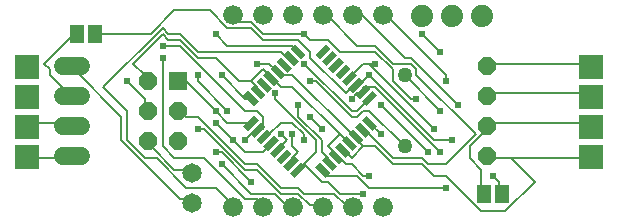
<source format=gbl>
G75*
G70*
%OFA0B0*%
%FSLAX24Y24*%
%IPPOS*%
%LPD*%
%AMOC8*
5,1,8,0,0,1.08239X$1,22.5*
%
%ADD10C,0.0660*%
%ADD11R,0.0460X0.0630*%
%ADD12C,0.0600*%
%ADD13OC8,0.0594*%
%ADD14C,0.0500*%
%ADD15C,0.0650*%
%ADD16R,0.0600X0.0600*%
%ADD17OC8,0.0600*%
%ADD18R,0.0800X0.0800*%
%ADD19C,0.0740*%
%ADD20R,0.0500X0.0220*%
%ADD21R,0.0220X0.0500*%
%ADD22C,0.0060*%
%ADD23C,0.0240*%
D10*
X009890Y001041D03*
X010890Y001041D03*
X011890Y001041D03*
X012890Y001041D03*
X013890Y001041D03*
X014890Y001041D03*
X014890Y007435D03*
X013890Y007435D03*
X012890Y007435D03*
X011890Y007435D03*
X010890Y007435D03*
X009890Y007435D03*
D11*
X005269Y006799D03*
X004669Y006799D03*
X018251Y001484D03*
X018851Y001484D03*
D12*
X004800Y002740D02*
X004200Y002740D01*
X004200Y003740D02*
X004800Y003740D01*
X004800Y004740D02*
X004200Y004740D01*
X004200Y005740D02*
X004800Y005740D01*
D13*
X018345Y005740D03*
X018345Y004740D03*
X018345Y003740D03*
X018345Y002740D03*
D14*
X015598Y003059D03*
X015598Y005421D03*
D15*
X008512Y002173D03*
X008512Y001173D03*
D16*
X008028Y005240D03*
D17*
X007028Y005240D03*
X007028Y004240D03*
X008028Y004240D03*
X008028Y003240D03*
X007028Y003240D03*
D18*
X003000Y003697D03*
X003000Y004697D03*
X003000Y005697D03*
X003000Y002697D03*
X021803Y002697D03*
X021803Y003697D03*
X021803Y004697D03*
X021803Y005697D03*
D19*
X018189Y007390D03*
X017189Y007390D03*
X016189Y007390D03*
D20*
G36*
X011935Y006469D02*
X012287Y006117D01*
X012131Y005961D01*
X011779Y006313D01*
X011935Y006469D01*
G37*
G36*
X011713Y006246D02*
X012065Y005894D01*
X011909Y005738D01*
X011557Y006090D01*
X011713Y006246D01*
G37*
G36*
X011490Y006023D02*
X011842Y005671D01*
X011686Y005515D01*
X011334Y005867D01*
X011490Y006023D01*
G37*
G36*
X011267Y005801D02*
X011619Y005449D01*
X011463Y005293D01*
X011111Y005645D01*
X011267Y005801D01*
G37*
G36*
X011044Y005578D02*
X011396Y005226D01*
X011240Y005070D01*
X010888Y005422D01*
X011044Y005578D01*
G37*
G36*
X010822Y005355D02*
X011174Y005003D01*
X011018Y004847D01*
X010666Y005199D01*
X010822Y005355D01*
G37*
G36*
X010599Y005132D02*
X010951Y004780D01*
X010795Y004624D01*
X010443Y004976D01*
X010599Y005132D01*
G37*
G36*
X010376Y004910D02*
X010728Y004558D01*
X010572Y004402D01*
X010220Y004754D01*
X010376Y004910D01*
G37*
G36*
X014103Y003856D02*
X014455Y003504D01*
X014299Y003348D01*
X013947Y003700D01*
X014103Y003856D01*
G37*
G36*
X014325Y004079D02*
X014677Y003727D01*
X014521Y003571D01*
X014169Y003923D01*
X014325Y004079D01*
G37*
G36*
X013880Y003633D02*
X014232Y003281D01*
X014076Y003125D01*
X013724Y003477D01*
X013880Y003633D01*
G37*
G36*
X013657Y003411D02*
X014009Y003059D01*
X013853Y002903D01*
X013501Y003255D01*
X013657Y003411D01*
G37*
G36*
X013434Y003188D02*
X013786Y002836D01*
X013630Y002680D01*
X013278Y003032D01*
X013434Y003188D01*
G37*
G36*
X013212Y002965D02*
X013564Y002613D01*
X013408Y002457D01*
X013056Y002809D01*
X013212Y002965D01*
G37*
G36*
X012989Y002742D02*
X013341Y002390D01*
X013185Y002234D01*
X012833Y002586D01*
X012989Y002742D01*
G37*
G36*
X012766Y002520D02*
X013118Y002168D01*
X012962Y002012D01*
X012610Y002364D01*
X012766Y002520D01*
G37*
D21*
G36*
X012131Y002520D02*
X012287Y002364D01*
X011935Y002012D01*
X011779Y002168D01*
X012131Y002520D01*
G37*
G36*
X011909Y002742D02*
X012065Y002586D01*
X011713Y002234D01*
X011557Y002390D01*
X011909Y002742D01*
G37*
G36*
X011686Y002965D02*
X011842Y002809D01*
X011490Y002457D01*
X011334Y002613D01*
X011686Y002965D01*
G37*
G36*
X011463Y003188D02*
X011619Y003032D01*
X011267Y002680D01*
X011111Y002836D01*
X011463Y003188D01*
G37*
G36*
X011240Y003411D02*
X011396Y003255D01*
X011044Y002903D01*
X010888Y003059D01*
X011240Y003411D01*
G37*
G36*
X011018Y003633D02*
X011174Y003477D01*
X010822Y003125D01*
X010666Y003281D01*
X011018Y003633D01*
G37*
G36*
X010795Y003856D02*
X010951Y003700D01*
X010599Y003348D01*
X010443Y003504D01*
X010795Y003856D01*
G37*
G36*
X010572Y004079D02*
X010728Y003923D01*
X010376Y003571D01*
X010220Y003727D01*
X010572Y004079D01*
G37*
G36*
X014076Y005355D02*
X014232Y005199D01*
X013880Y004847D01*
X013724Y005003D01*
X014076Y005355D01*
G37*
G36*
X013853Y005578D02*
X014009Y005422D01*
X013657Y005070D01*
X013501Y005226D01*
X013853Y005578D01*
G37*
G36*
X013630Y005801D02*
X013786Y005645D01*
X013434Y005293D01*
X013278Y005449D01*
X013630Y005801D01*
G37*
G36*
X013408Y006023D02*
X013564Y005867D01*
X013212Y005515D01*
X013056Y005671D01*
X013408Y006023D01*
G37*
G36*
X013185Y006246D02*
X013341Y006090D01*
X012989Y005738D01*
X012833Y005894D01*
X013185Y006246D01*
G37*
G36*
X012962Y006469D02*
X013118Y006313D01*
X012766Y005961D01*
X012610Y006117D01*
X012962Y006469D01*
G37*
G36*
X014299Y005132D02*
X014455Y004976D01*
X014103Y004624D01*
X013947Y004780D01*
X014299Y005132D01*
G37*
G36*
X014521Y004910D02*
X014677Y004754D01*
X014325Y004402D01*
X014169Y004558D01*
X014521Y004910D01*
G37*
D22*
X003000Y002697D02*
X003000Y002665D01*
X004378Y002665D01*
X004500Y002740D01*
X006150Y003256D02*
X006150Y004043D01*
X004575Y005618D01*
X004500Y005740D01*
X003787Y005618D02*
X003787Y005421D01*
X004378Y004831D01*
X004500Y004740D01*
X005559Y005028D02*
X006346Y004240D01*
X006346Y003256D01*
X006937Y002665D01*
X007331Y002665D01*
X008315Y001681D01*
X009299Y001681D01*
X009890Y001091D01*
X009890Y001041D01*
X010283Y001287D02*
X010677Y001287D01*
X010874Y001091D01*
X010890Y001041D01*
X010283Y001287D02*
X008906Y002665D01*
X007921Y002665D01*
X007528Y003059D01*
X007528Y006012D01*
X007528Y006799D02*
X006543Y005815D01*
X006937Y005421D01*
X007028Y005240D01*
X006937Y004634D02*
X006346Y005224D01*
X005559Y005028D02*
X007528Y006996D01*
X007724Y006799D01*
X008118Y006799D01*
X008709Y006209D01*
X011465Y006209D01*
X011661Y006012D01*
X011811Y005992D01*
X012252Y005815D02*
X013827Y004240D01*
X014024Y004240D01*
X014417Y004634D01*
X014423Y004656D01*
X014201Y004878D02*
X014024Y004831D01*
X013827Y004634D01*
X013630Y004831D02*
X013827Y005028D01*
X013978Y005101D01*
X014024Y005028D01*
X014417Y005421D01*
X016583Y003256D01*
X017173Y003256D01*
X017764Y003059D02*
X018354Y003650D01*
X018345Y003740D01*
X018354Y003846D01*
X021701Y003846D01*
X021803Y003697D01*
X021803Y004697D02*
X021701Y004831D01*
X018354Y004831D01*
X018345Y004740D01*
X017370Y004437D02*
X015795Y006012D01*
X015598Y006012D01*
X014220Y007390D01*
X014024Y007390D01*
X013890Y007435D01*
X013039Y007390D02*
X012890Y007435D01*
X013039Y007390D02*
X014024Y006406D01*
X014614Y006406D01*
X015205Y005815D01*
X015795Y005815D01*
X015992Y005618D01*
X015992Y005421D01*
X017961Y003453D01*
X016976Y002469D01*
X016386Y002469D01*
X016189Y002665D01*
X015205Y002665D01*
X014417Y003453D01*
X014220Y003453D01*
X014201Y003602D01*
X014220Y003650D01*
X014423Y003825D02*
X014417Y003846D01*
X014811Y003453D01*
X014220Y003059D02*
X014024Y003256D01*
X013978Y003379D01*
X014024Y003453D01*
X013978Y003379D02*
X013827Y003453D01*
X011858Y005421D01*
X011465Y005421D01*
X011365Y005547D01*
X011268Y005618D01*
X011071Y005815D01*
X010677Y005815D01*
X010874Y005618D02*
X011071Y005421D01*
X011142Y005324D01*
X011268Y005224D01*
X011465Y005028D01*
X011858Y005028D01*
X013433Y003453D01*
X013630Y003256D01*
X013755Y003157D01*
X013532Y002934D02*
X013433Y003059D01*
X013236Y002862D02*
X013039Y003059D01*
X013433Y003453D01*
X012843Y003650D02*
X012449Y004043D01*
X012055Y004043D02*
X012055Y004437D01*
X011268Y004634D02*
X012646Y003256D01*
X012646Y002862D01*
X012252Y002469D01*
X012843Y001878D01*
X013039Y001878D01*
X013433Y001484D01*
X014220Y001484D01*
X014417Y001681D02*
X016976Y001681D01*
X016976Y002075D02*
X016583Y002075D01*
X016189Y002469D01*
X015205Y002469D01*
X014614Y003059D01*
X014220Y003059D01*
X013827Y002665D01*
X013630Y002862D01*
X013532Y002934D01*
X013433Y002665D02*
X013310Y002711D01*
X013236Y002862D01*
X013039Y002665D02*
X012843Y002862D01*
X012843Y003256D01*
X012055Y004043D01*
X011858Y003846D02*
X011465Y003846D01*
X011071Y003453D01*
X010920Y003379D01*
X010677Y003453D02*
X010697Y003602D01*
X010874Y003650D01*
X010874Y004043D01*
X010677Y004240D01*
X010283Y004240D01*
X008118Y006406D01*
X007528Y006406D01*
X007724Y006602D02*
X007528Y006799D01*
X007134Y006799D02*
X007921Y007587D01*
X009102Y007587D01*
X009693Y006996D01*
X010480Y006996D01*
X010874Y006602D01*
X012055Y006602D01*
X012449Y006209D01*
X012449Y006012D01*
X013630Y004831D01*
X014201Y004878D02*
X014220Y005028D01*
X014614Y005028D01*
X016780Y002862D01*
X016386Y002862D02*
X014811Y004437D01*
X014417Y004240D02*
X014220Y004240D01*
X014024Y004043D01*
X013827Y004043D01*
X012646Y005224D01*
X012449Y005224D01*
X011268Y004831D02*
X011268Y004634D01*
X010697Y004878D02*
X010677Y005028D01*
X010480Y005224D01*
X010087Y005224D01*
X009299Y006012D01*
X008709Y006012D01*
X008118Y006602D01*
X007724Y006602D01*
X007134Y006799D02*
X005269Y006799D01*
X004669Y006799D02*
X004575Y006799D01*
X003591Y005815D01*
X003787Y005618D01*
X006937Y004634D02*
X006937Y004240D01*
X007028Y004240D01*
X008028Y004240D02*
X008118Y004240D01*
X008315Y004043D01*
X008709Y004043D01*
X010283Y002469D01*
X010677Y002469D01*
X011465Y001681D01*
X012055Y001681D01*
X012252Y001484D01*
X013236Y001484D01*
X013630Y001091D01*
X013827Y001091D01*
X013890Y001041D01*
X012890Y001041D02*
X012843Y001091D01*
X012449Y001091D01*
X012055Y001484D01*
X011465Y001484D01*
X010677Y002272D01*
X010283Y002272D01*
X008906Y003650D01*
X008709Y003650D01*
X009299Y003846D02*
X009890Y003256D01*
X010283Y002862D01*
X010874Y002862D01*
X011071Y003059D01*
X011142Y003157D01*
X011268Y003256D01*
X011465Y003453D02*
X011661Y003256D01*
X011465Y003059D01*
X011365Y002934D01*
X011858Y003059D02*
X012055Y002862D01*
X011858Y002665D01*
X011811Y002488D01*
X011858Y002469D01*
X012055Y002272D02*
X012252Y002469D01*
X012055Y002272D02*
X012033Y002266D01*
X012843Y002272D02*
X012864Y002266D01*
X012843Y002272D02*
X013039Y002075D01*
X014024Y002075D01*
X014417Y001681D01*
X014417Y002075D02*
X014220Y002075D01*
X013827Y002469D01*
X013630Y002469D01*
X013433Y002665D01*
X013087Y002488D02*
X013039Y002665D01*
X011858Y003059D02*
X011858Y003453D01*
X011858Y003846D02*
X012252Y003453D01*
X012252Y003256D01*
X010677Y003453D02*
X010480Y003453D01*
X010283Y003256D01*
X009496Y002862D02*
X009299Y002862D01*
X009496Y002862D02*
X010480Y001878D01*
X010480Y001484D02*
X011268Y001484D01*
X011858Y000894D01*
X011890Y001041D01*
X010480Y001484D02*
X009496Y002469D01*
X008512Y002272D02*
X008512Y002173D01*
X008512Y002272D02*
X007921Y002272D01*
X007134Y003059D01*
X007028Y003240D01*
X006150Y003256D02*
X008118Y001287D01*
X008512Y001287D01*
X008512Y001173D01*
X004500Y003740D02*
X004378Y003846D01*
X003000Y003846D01*
X003000Y003697D01*
X008028Y005240D02*
X008118Y005421D01*
X009299Y004240D01*
X009693Y003846D01*
X010480Y003846D01*
X010474Y003825D01*
X009693Y004240D02*
X008709Y005224D01*
X008709Y005421D01*
X009496Y005421D02*
X010283Y004634D01*
X010480Y004634D01*
X010474Y004656D01*
X010480Y005224D02*
X010874Y005618D01*
X011858Y006406D02*
X012055Y006209D01*
X012033Y006215D01*
X011858Y006406D02*
X009693Y006406D01*
X009299Y006799D01*
X009890Y007390D02*
X010087Y007193D01*
X010480Y007193D01*
X010874Y006799D01*
X012252Y006799D01*
X012449Y006602D01*
X013039Y006602D01*
X013433Y006209D01*
X014614Y006209D01*
X015205Y005618D01*
X015205Y005224D01*
X015795Y004634D01*
X015992Y004634D01*
X015598Y005421D02*
X016780Y004240D01*
X016583Y003650D02*
X014417Y005815D01*
X014614Y005815D01*
X014417Y005815D02*
X014220Y005815D01*
X013827Y005421D01*
X013755Y005324D01*
X016189Y006799D02*
X016780Y006209D01*
X018354Y005815D02*
X018345Y005740D01*
X018354Y005815D02*
X021701Y005815D01*
X021803Y005697D01*
X016976Y005421D02*
X016976Y005224D01*
X016976Y005421D02*
X015008Y007390D01*
X014890Y007435D01*
X009890Y007390D02*
X009890Y007435D01*
X014417Y004240D02*
X015598Y003059D01*
X017764Y003059D02*
X017764Y002665D01*
X018157Y002272D01*
X018157Y001484D01*
X018251Y001484D01*
X018748Y001484D02*
X018851Y001484D01*
X018748Y001484D02*
X018748Y001878D01*
X018551Y002075D01*
X019142Y002665D02*
X019929Y001878D01*
X018945Y000894D01*
X018157Y000894D01*
X016976Y002075D01*
X018354Y002665D02*
X018345Y002740D01*
X018354Y002665D02*
X019142Y002665D01*
X021701Y002665D01*
X021803Y002697D01*
D23*
X018551Y002075D03*
X016976Y001681D03*
X014417Y002075D03*
X014220Y001484D03*
X016386Y002862D03*
X016780Y002862D03*
X017173Y003256D03*
X016583Y003650D03*
X016780Y004240D03*
X017370Y004437D03*
X015992Y004634D03*
X014811Y004437D03*
X013827Y004634D03*
X012449Y004043D03*
X012843Y003650D03*
X012252Y003256D03*
X011858Y003453D03*
X011465Y003453D03*
X010283Y003256D03*
X009890Y003256D03*
X009299Y002862D03*
X009496Y002469D03*
X010480Y001878D03*
X014811Y003453D03*
X012055Y004437D03*
X011268Y004831D03*
X012449Y005224D03*
X012252Y005815D03*
X010677Y005815D03*
X009496Y005421D03*
X008709Y005421D03*
X007528Y006012D03*
X007528Y006406D03*
X009299Y006799D03*
X012252Y006799D03*
X014614Y005815D03*
X014417Y005421D03*
X016780Y006209D03*
X016189Y006799D03*
X016976Y005224D03*
X009693Y004240D03*
X009299Y004240D03*
X009299Y003846D03*
X008709Y003650D03*
X006346Y005224D03*
M02*

</source>
